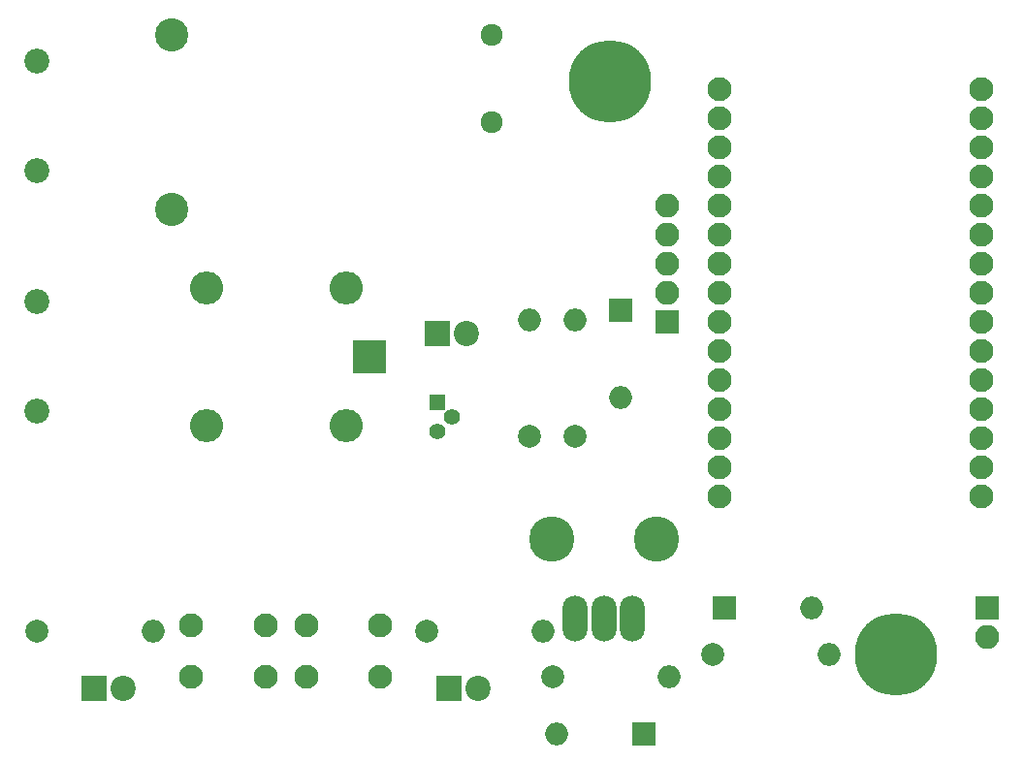
<source format=gbs>
G04 #@! TF.FileFunction,Soldermask,Bot*
%FSLAX46Y46*%
G04 Gerber Fmt 4.6, Leading zero omitted, Abs format (unit mm)*
G04 Created by KiCad (PCBNEW 4.0.7-e2-6376~58~ubuntu16.04.1) date Sun Dec 31 13:37:37 2017*
%MOMM*%
%LPD*%
G01*
G04 APERTURE LIST*
%ADD10C,0.100000*%
%ADD11R,2.000000X2.000000*%
%ADD12O,2.000000X2.000000*%
%ADD13C,1.400000*%
%ADD14R,1.400000X1.400000*%
%ADD15R,2.200000X2.200000*%
%ADD16C,2.200000*%
%ADD17C,2.100000*%
%ADD18R,2.100000X2.100000*%
%ADD19O,2.100000X2.100000*%
%ADD20C,2.178000*%
%ADD21R,2.900000X2.900000*%
%ADD22O,2.900000X2.900000*%
%ADD23C,7.200000*%
%ADD24C,2.000000*%
%ADD25O,2.200000X4.000000*%
%ADD26C,3.956000*%
%ADD27C,2.900000*%
%ADD28C,1.924000*%
G04 APERTURE END LIST*
D10*
D11*
X166000000Y-65000000D03*
D12*
X166000000Y-72620000D03*
D13*
X151270000Y-74270000D03*
X150000000Y-75540000D03*
D14*
X150000000Y-73000000D03*
D15*
X120000000Y-98000000D03*
D16*
X122540000Y-98000000D03*
D17*
X128500000Y-92500000D03*
X135000000Y-92500000D03*
X128500000Y-97000000D03*
X135000000Y-97000000D03*
X138500000Y-92500000D03*
X145000000Y-92500000D03*
X138500000Y-97000000D03*
X145000000Y-97000000D03*
D18*
X198000000Y-91000000D03*
D19*
X198000000Y-93540000D03*
D20*
X115000000Y-73762500D03*
X115000000Y-64237500D03*
X115000000Y-43237500D03*
X115000000Y-52762500D03*
D21*
X144000000Y-69000000D03*
D22*
X142000000Y-63000000D03*
X129800000Y-63000000D03*
X129800000Y-75000000D03*
X142000000Y-75000000D03*
D17*
X197430000Y-81240000D03*
X197430000Y-78700000D03*
X197430000Y-76160000D03*
X197430000Y-73620000D03*
X197430000Y-71080000D03*
X197430000Y-68540000D03*
X197430000Y-66000000D03*
X197430000Y-63460000D03*
X197430000Y-60920000D03*
X197430000Y-58380000D03*
X197430000Y-55840000D03*
X197430000Y-53300000D03*
X197430000Y-50760000D03*
X197430000Y-48220000D03*
X197430000Y-45680000D03*
X174570000Y-81240000D03*
X174570000Y-78700000D03*
X174570000Y-76160000D03*
X174570000Y-73620000D03*
X174570000Y-71080000D03*
X174570000Y-68540000D03*
X174570000Y-66000000D03*
X174570000Y-63460000D03*
X174570000Y-60920000D03*
X174570000Y-58380000D03*
X174570000Y-55840000D03*
X174570000Y-53300000D03*
X174570000Y-50760000D03*
X174570000Y-48220000D03*
X174570000Y-45680000D03*
D11*
X168000000Y-102000000D03*
D12*
X160380000Y-102000000D03*
D11*
X175000000Y-91000000D03*
D12*
X182620000Y-91000000D03*
D15*
X151000000Y-98000000D03*
D16*
X153540000Y-98000000D03*
D15*
X150000000Y-67000000D03*
D16*
X152540000Y-67000000D03*
D18*
X170000000Y-66000000D03*
D19*
X170000000Y-63460000D03*
X170000000Y-60920000D03*
X170000000Y-58380000D03*
X170000000Y-55840000D03*
D23*
X165000000Y-45000000D03*
X190000000Y-95000000D03*
D24*
X174000000Y-95000000D03*
D12*
X184160000Y-95000000D03*
D24*
X162000000Y-76000000D03*
D12*
X162000000Y-65840000D03*
D24*
X160000000Y-97000000D03*
D12*
X170160000Y-97000000D03*
D24*
X158000000Y-76000000D03*
D12*
X158000000Y-65840000D03*
D24*
X149000000Y-93000000D03*
D12*
X159160000Y-93000000D03*
D24*
X115000000Y-93000000D03*
D12*
X125160000Y-93000000D03*
D25*
X162000000Y-91900000D03*
X167000000Y-91900000D03*
X164500000Y-91900000D03*
D26*
X169072000Y-84984000D03*
X159928000Y-84984000D03*
D27*
X126760000Y-40880000D03*
X126760000Y-56120000D03*
D28*
X154700000Y-40880000D03*
X154700000Y-48500000D03*
M02*

</source>
